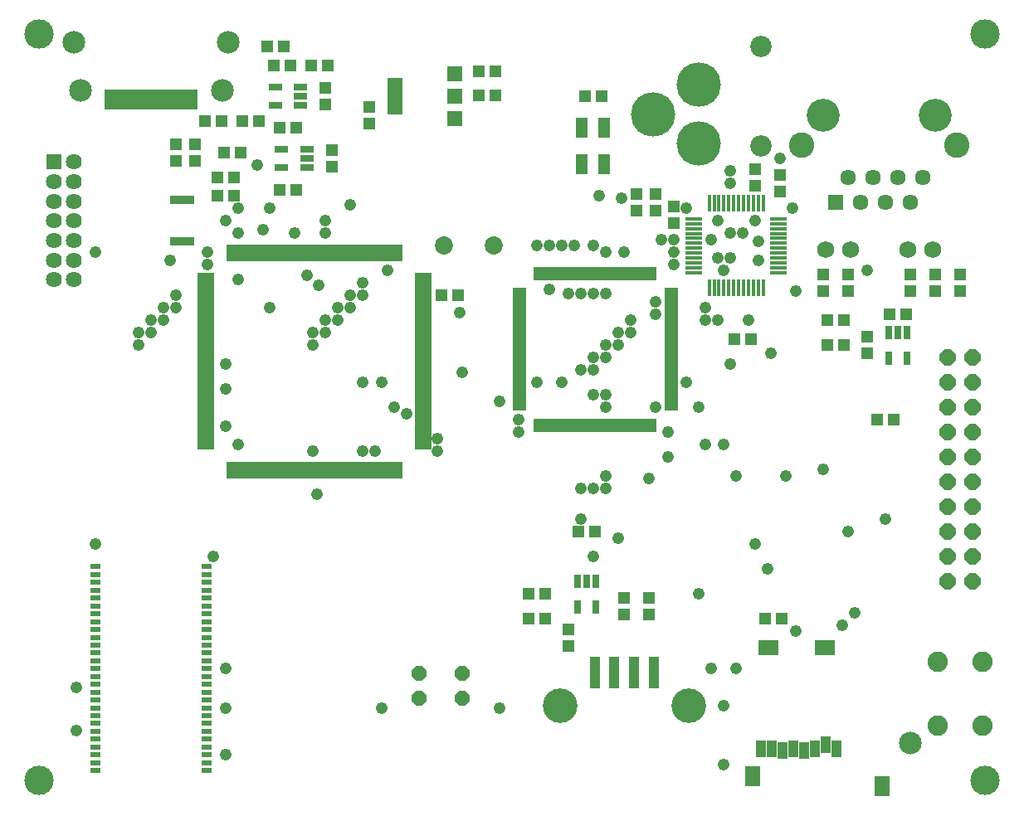
<source format=gts>
G75*
G70*
%OFA0B0*%
%FSLAX24Y24*%
%IPPOS*%
%LPD*%
%AMOC8*
5,1,8,0,0,1.08239X$1,22.5*
%
%ADD10C,0.1182*%
%ADD11R,0.0634X0.0634*%
%ADD12C,0.0634*%
%ADD13C,0.0682*%
%ADD14C,0.1025*%
%ADD15C,0.1320*%
%ADD16R,0.0789X0.0631*%
%ADD17R,0.0631X0.0828*%
%ADD18R,0.0395X0.0671*%
%ADD19C,0.1780*%
%ADD20C,0.0820*%
%ADD21R,0.0178X0.0671*%
%ADD22R,0.0671X0.0178*%
%ADD23OC8,0.0640*%
%ADD24R,0.0198X0.0710*%
%ADD25R,0.0710X0.0198*%
%ADD26R,0.0297X0.0552*%
%ADD27R,0.0474X0.0513*%
%ADD28R,0.0513X0.0474*%
%ADD29C,0.0860*%
%ADD30R,0.0552X0.0297*%
%ADD31R,0.0592X0.0592*%
%ADD32R,0.0592X0.1497*%
%ADD33R,0.0552X0.0198*%
%ADD34R,0.0198X0.0552*%
%ADD35R,0.0198X0.0828*%
%ADD36C,0.0907*%
%ADD37R,0.0434X0.0237*%
%ADD38C,0.0730*%
%ADD39R,0.0513X0.0828*%
%ADD40R,0.0640X0.0640*%
%ADD41C,0.0640*%
%ADD42C,0.1390*%
%ADD43R,0.0434X0.1261*%
%ADD44R,0.0198X0.0356*%
%ADD45OC8,0.0600*%
%ADD46C,0.0476*%
D10*
X001100Y002790D03*
X001100Y032790D03*
X039100Y032790D03*
X039100Y002790D03*
D11*
X033100Y026040D03*
D12*
X034100Y026040D03*
X035100Y026040D03*
X036100Y026040D03*
X035600Y027040D03*
X036600Y027040D03*
X034600Y027040D03*
X033600Y027040D03*
D13*
X033698Y024138D03*
X032698Y024138D03*
X036002Y024138D03*
X037002Y024138D03*
D14*
X037960Y028339D03*
X031740Y028339D03*
D15*
X032600Y029540D03*
X037100Y029540D03*
D16*
X032651Y008132D03*
X030407Y008132D03*
D17*
X029777Y002955D03*
X034954Y002561D03*
D18*
X033120Y004077D03*
X032687Y004234D03*
X032254Y004077D03*
X031820Y003998D03*
X031387Y004077D03*
X030954Y003998D03*
X030521Y004077D03*
X030088Y004077D03*
D19*
X027600Y028396D03*
X025750Y029577D03*
X027600Y030758D03*
D20*
X037210Y007570D03*
X038990Y007570D03*
X038990Y005010D03*
X037210Y005010D03*
D21*
X030183Y022597D03*
X029986Y022597D03*
X029789Y022597D03*
X029592Y022597D03*
X029395Y022597D03*
X029198Y022597D03*
X029002Y022597D03*
X028805Y022597D03*
X028608Y022597D03*
X028411Y022597D03*
X028214Y022597D03*
X028017Y022597D03*
X028017Y025983D03*
X028214Y025983D03*
X028411Y025983D03*
X028608Y025983D03*
X028805Y025983D03*
X029002Y025983D03*
X029198Y025983D03*
X029395Y025983D03*
X029592Y025983D03*
X029789Y025983D03*
X029986Y025983D03*
X030183Y025983D03*
D22*
X030793Y025372D03*
X030793Y025175D03*
X030793Y024979D03*
X030793Y024782D03*
X030793Y024585D03*
X030793Y024388D03*
X030793Y024191D03*
X030793Y023994D03*
X030793Y023797D03*
X030793Y023601D03*
X030793Y023404D03*
X030793Y023207D03*
X027407Y023207D03*
X027407Y023404D03*
X027407Y023601D03*
X027407Y023797D03*
X027407Y023994D03*
X027407Y024191D03*
X027407Y024388D03*
X027407Y024585D03*
X027407Y024782D03*
X027407Y024979D03*
X027407Y025175D03*
X027407Y025372D03*
D23*
X037600Y019790D03*
X038600Y019790D03*
X038600Y018790D03*
X037600Y018790D03*
X037600Y017790D03*
X038600Y017790D03*
X038600Y016790D03*
X037600Y016790D03*
X037600Y015790D03*
X038600Y015790D03*
X038600Y014790D03*
X037600Y014790D03*
X037600Y013790D03*
X038600Y013790D03*
X038600Y012790D03*
X037600Y012790D03*
X037600Y011790D03*
X038600Y011790D03*
X038600Y010790D03*
X037600Y010790D03*
D24*
X015606Y015273D03*
X015409Y015273D03*
X015212Y015273D03*
X015015Y015273D03*
X014818Y015273D03*
X014621Y015273D03*
X014424Y015273D03*
X014228Y015273D03*
X014031Y015273D03*
X013834Y015273D03*
X013637Y015273D03*
X013440Y015273D03*
X013243Y015273D03*
X013046Y015273D03*
X012850Y015273D03*
X012653Y015273D03*
X012456Y015273D03*
X012259Y015273D03*
X012062Y015273D03*
X011865Y015273D03*
X011669Y015273D03*
X011472Y015273D03*
X011275Y015273D03*
X011078Y015273D03*
X010881Y015273D03*
X010684Y015273D03*
X010487Y015273D03*
X010291Y015273D03*
X010094Y015273D03*
X009897Y015273D03*
X009700Y015273D03*
X009503Y015273D03*
X009306Y015273D03*
X009109Y015273D03*
X008913Y015273D03*
X008716Y015273D03*
X008716Y024013D03*
X008913Y024013D03*
X009109Y024013D03*
X009306Y024013D03*
X009503Y024013D03*
X009700Y024013D03*
X009897Y024013D03*
X010094Y024013D03*
X010291Y024013D03*
X010487Y024013D03*
X010684Y024013D03*
X010881Y024013D03*
X011078Y024013D03*
X011275Y024013D03*
X011472Y024013D03*
X011669Y024013D03*
X011865Y024013D03*
X012062Y024013D03*
X012259Y024013D03*
X012456Y024013D03*
X012653Y024013D03*
X012850Y024013D03*
X013046Y024013D03*
X013243Y024013D03*
X013440Y024013D03*
X013637Y024013D03*
X013834Y024013D03*
X014031Y024013D03*
X014228Y024013D03*
X014424Y024013D03*
X014621Y024013D03*
X014818Y024013D03*
X015015Y024013D03*
X015212Y024013D03*
X015409Y024013D03*
X015606Y024013D03*
D25*
X016531Y023088D03*
X016531Y022891D03*
X016531Y022694D03*
X016531Y022497D03*
X016531Y022301D03*
X016531Y022104D03*
X016531Y021907D03*
X016531Y021710D03*
X016531Y021513D03*
X016531Y021316D03*
X016531Y021120D03*
X016531Y020923D03*
X016531Y020726D03*
X016531Y020529D03*
X016531Y020332D03*
X016531Y020135D03*
X016531Y019938D03*
X016531Y019742D03*
X016531Y019545D03*
X016531Y019348D03*
X016531Y019151D03*
X016531Y018954D03*
X016531Y018757D03*
X016531Y018560D03*
X016531Y018364D03*
X016531Y018167D03*
X016531Y017970D03*
X016531Y017773D03*
X016531Y017576D03*
X016531Y017379D03*
X016531Y017183D03*
X016531Y016986D03*
X016531Y016789D03*
X016531Y016592D03*
X016531Y016395D03*
X016531Y016198D03*
X007791Y016198D03*
X007791Y016395D03*
X007791Y016592D03*
X007791Y016789D03*
X007791Y016986D03*
X007791Y017183D03*
X007791Y017379D03*
X007791Y017576D03*
X007791Y017773D03*
X007791Y017970D03*
X007791Y018167D03*
X007791Y018364D03*
X007791Y018560D03*
X007791Y018757D03*
X007791Y018954D03*
X007791Y019151D03*
X007791Y019348D03*
X007791Y019545D03*
X007791Y019742D03*
X007791Y019938D03*
X007791Y020135D03*
X007791Y020332D03*
X007791Y020529D03*
X007791Y020726D03*
X007791Y020923D03*
X007791Y021120D03*
X007791Y021316D03*
X007791Y021513D03*
X007791Y021710D03*
X007791Y021907D03*
X007791Y022104D03*
X007791Y022301D03*
X007791Y022497D03*
X007791Y022694D03*
X007791Y022891D03*
X007791Y023088D03*
D26*
X022726Y010801D03*
X023100Y010801D03*
X023474Y010801D03*
X023474Y009778D03*
X022726Y009778D03*
X035226Y019778D03*
X035974Y019778D03*
X035974Y020801D03*
X035600Y020801D03*
X035226Y020801D03*
D27*
X034350Y020624D03*
X034350Y019955D03*
X033600Y022455D03*
X033600Y023124D03*
X032600Y023124D03*
X032600Y022455D03*
X036100Y022455D03*
X036100Y023124D03*
X037100Y023124D03*
X037100Y022455D03*
X038100Y022455D03*
X038100Y023124D03*
X030850Y026455D03*
X030850Y027124D03*
X029850Y027374D03*
X029850Y026705D03*
X026600Y025874D03*
X025850Y025705D03*
X026600Y025205D03*
X025850Y026374D03*
X025100Y026374D03*
X025100Y025705D03*
X014350Y029205D03*
X014350Y029874D03*
X012600Y029955D03*
X012600Y030624D03*
X012850Y028124D03*
X012850Y027455D03*
X007350Y027705D03*
X007350Y028374D03*
X006600Y028374D03*
X006600Y027705D03*
X024600Y010124D03*
X024600Y009455D03*
X025600Y009455D03*
X025600Y010124D03*
X022350Y008874D03*
X022350Y008205D03*
D28*
X021435Y009290D03*
X020765Y009290D03*
X020765Y010290D03*
X021435Y010290D03*
X022765Y012790D03*
X023435Y012790D03*
X030265Y009290D03*
X030935Y009290D03*
X034765Y017290D03*
X035435Y017290D03*
X033435Y020290D03*
X032765Y020290D03*
X032765Y021290D03*
X033435Y021290D03*
X035265Y021540D03*
X035935Y021540D03*
X029685Y020540D03*
X029015Y020540D03*
X017935Y022290D03*
X017265Y022290D03*
X011435Y026540D03*
X010765Y026540D03*
X008935Y026290D03*
X008265Y026290D03*
X008265Y027040D03*
X008935Y027040D03*
X009185Y028040D03*
X008515Y028040D03*
X008435Y029290D03*
X007765Y029290D03*
X009265Y029290D03*
X009935Y029290D03*
X010765Y029040D03*
X011435Y029040D03*
X011185Y031540D03*
X010515Y031540D03*
X010265Y032290D03*
X010935Y032290D03*
X012015Y031540D03*
X012685Y031540D03*
X018765Y031290D03*
X019435Y031290D03*
X019435Y030340D03*
X018765Y030340D03*
X023015Y030290D03*
X023685Y030290D03*
D29*
X030100Y032290D03*
X030100Y028290D03*
D30*
X011862Y028164D03*
X011862Y027790D03*
X011862Y027416D03*
X010838Y027416D03*
X010838Y028164D03*
X010588Y029916D03*
X010588Y030664D03*
X011612Y030664D03*
X011612Y030290D03*
X011612Y029916D03*
D31*
X017801Y030290D03*
X017801Y031195D03*
X017801Y029384D03*
D32*
X015399Y030290D03*
D33*
X020380Y022483D03*
X020380Y022286D03*
X020380Y022090D03*
X020380Y021893D03*
X020380Y021696D03*
X020380Y021499D03*
X020380Y021302D03*
X020380Y021105D03*
X020380Y020908D03*
X020380Y020712D03*
X020380Y020515D03*
X020380Y020318D03*
X020380Y020121D03*
X020380Y019924D03*
X020380Y019727D03*
X020380Y019531D03*
X020380Y019334D03*
X020380Y019137D03*
X020380Y018940D03*
X020380Y018743D03*
X020380Y018546D03*
X020380Y018349D03*
X020380Y018153D03*
X020380Y017956D03*
X020380Y017759D03*
X026483Y017759D03*
X026483Y017956D03*
X026483Y018153D03*
X026483Y018349D03*
X026483Y018546D03*
X026483Y018743D03*
X026483Y018940D03*
X026483Y019137D03*
X026483Y019334D03*
X026483Y019531D03*
X026483Y019727D03*
X026483Y019924D03*
X026483Y020121D03*
X026483Y020318D03*
X026483Y020515D03*
X026483Y020712D03*
X026483Y020908D03*
X026483Y021105D03*
X026483Y021302D03*
X026483Y021499D03*
X026483Y021696D03*
X026483Y021893D03*
X026483Y022090D03*
X026483Y022286D03*
X026483Y022483D03*
D34*
X025794Y023172D03*
X025597Y023172D03*
X025400Y023172D03*
X025203Y023172D03*
X025006Y023172D03*
X024809Y023172D03*
X024613Y023172D03*
X024416Y023172D03*
X024219Y023172D03*
X024022Y023172D03*
X023825Y023172D03*
X023628Y023172D03*
X023431Y023172D03*
X023235Y023172D03*
X023038Y023172D03*
X022841Y023172D03*
X022644Y023172D03*
X022447Y023172D03*
X022250Y023172D03*
X022054Y023172D03*
X021857Y023172D03*
X021660Y023172D03*
X021463Y023172D03*
X021266Y023172D03*
X021069Y023172D03*
X021069Y017070D03*
X021266Y017070D03*
X021463Y017070D03*
X021660Y017070D03*
X021857Y017070D03*
X022054Y017070D03*
X022250Y017070D03*
X022447Y017070D03*
X022644Y017070D03*
X022841Y017070D03*
X023038Y017070D03*
X023235Y017070D03*
X023431Y017070D03*
X023628Y017070D03*
X023825Y017070D03*
X024022Y017070D03*
X024219Y017070D03*
X024416Y017070D03*
X024613Y017070D03*
X024809Y017070D03*
X025006Y017070D03*
X025203Y017070D03*
X025400Y017070D03*
X025597Y017070D03*
X025794Y017070D03*
D35*
X007372Y030166D03*
X007175Y030166D03*
X006978Y030166D03*
X006781Y030166D03*
X006584Y030166D03*
X006387Y030166D03*
X006191Y030166D03*
X005994Y030166D03*
X005797Y030166D03*
X005600Y030166D03*
X005403Y030166D03*
X005206Y030166D03*
X005009Y030166D03*
X004813Y030166D03*
X004616Y030166D03*
X004419Y030166D03*
X004222Y030166D03*
X004025Y030166D03*
X003828Y030166D03*
D36*
X002746Y030540D03*
X002509Y032469D03*
X008454Y030540D03*
X008691Y032469D03*
X036100Y004290D03*
D37*
X007836Y004140D03*
X007836Y004455D03*
X007836Y004770D03*
X007836Y005085D03*
X007836Y005400D03*
X007836Y005715D03*
X007836Y006030D03*
X007836Y006345D03*
X007836Y006660D03*
X007836Y006975D03*
X007836Y007290D03*
X007836Y007605D03*
X007836Y007920D03*
X007836Y008234D03*
X007836Y008549D03*
X007836Y008864D03*
X007836Y009179D03*
X007836Y009494D03*
X007836Y009809D03*
X007836Y010124D03*
X007836Y010439D03*
X007836Y010754D03*
X007836Y011069D03*
X007836Y011384D03*
X003364Y011384D03*
X003364Y011069D03*
X003364Y010754D03*
X003364Y010439D03*
X003364Y010124D03*
X003364Y009809D03*
X003364Y009494D03*
X003364Y009179D03*
X003364Y008864D03*
X003364Y008549D03*
X003364Y008234D03*
X003364Y007920D03*
X003364Y007605D03*
X003364Y007290D03*
X003364Y006975D03*
X003364Y006660D03*
X003364Y006345D03*
X003364Y006030D03*
X003364Y005715D03*
X003364Y005400D03*
X003364Y005085D03*
X003364Y004770D03*
X003364Y004455D03*
X003364Y004140D03*
X003364Y003825D03*
X003364Y003510D03*
X003364Y003195D03*
X007836Y003195D03*
X007836Y003510D03*
X007836Y003825D03*
D38*
X017350Y024290D03*
X019350Y024290D03*
D39*
X022897Y027561D03*
X023803Y027561D03*
X023803Y029018D03*
X022897Y029018D03*
D40*
X001706Y027652D03*
D41*
X001706Y026864D03*
X001706Y026077D03*
X002494Y026077D03*
X002494Y026864D03*
X002494Y027652D03*
X002494Y025290D03*
X001706Y025290D03*
X001706Y024502D03*
X001706Y023715D03*
X002494Y023715D03*
X002494Y024502D03*
X002494Y022927D03*
X001706Y022927D03*
D42*
X022015Y005790D03*
X027185Y005790D03*
D43*
X025781Y007148D03*
X024994Y007148D03*
X024206Y007148D03*
X023419Y007148D03*
D44*
X007244Y024463D03*
X007047Y024463D03*
X006850Y024463D03*
X006653Y024463D03*
X006456Y024463D03*
X006456Y026116D03*
X006653Y026116D03*
X006850Y026116D03*
X007047Y026116D03*
X007244Y026116D03*
D45*
X016350Y007090D03*
X016350Y006090D03*
X018100Y006090D03*
X018100Y007090D03*
D46*
X019600Y005690D03*
X014850Y005690D03*
X008600Y005710D03*
X008600Y007290D03*
X008600Y003820D03*
X002600Y004790D03*
X002600Y006540D03*
X008100Y011790D03*
X012250Y014290D03*
X012100Y016040D03*
X014100Y016040D03*
X014600Y016040D03*
X015350Y017790D03*
X015850Y017540D03*
X014850Y018790D03*
X014100Y018790D03*
X012100Y020290D03*
X012100Y020790D03*
X012600Y020790D03*
X012600Y021290D03*
X013100Y021290D03*
X013100Y021790D03*
X013600Y021790D03*
X013600Y022290D03*
X014100Y022290D03*
X014100Y022790D03*
X015100Y023290D03*
X012600Y024790D03*
X012600Y025290D03*
X013600Y025940D03*
X011350Y024790D03*
X010100Y024940D03*
X010350Y025790D03*
X009100Y025790D03*
X008600Y025290D03*
X009100Y024790D03*
X007850Y024040D03*
X007850Y023540D03*
X009100Y022940D03*
X010350Y021790D03*
X011850Y023090D03*
X012320Y022690D03*
X008600Y019540D03*
X008600Y018540D03*
X008600Y017040D03*
X009100Y016290D03*
X005100Y020290D03*
X005100Y020790D03*
X005600Y020790D03*
X005600Y021290D03*
X006100Y021290D03*
X006100Y021790D03*
X006600Y021790D03*
X006600Y022290D03*
X006350Y023690D03*
X003350Y024040D03*
X009850Y027540D03*
X018000Y021610D03*
X018100Y019190D03*
X019600Y018040D03*
X020350Y017290D03*
X020350Y016790D03*
X021100Y018790D03*
X022100Y018790D03*
X022850Y019290D03*
X023350Y019290D03*
X023350Y019790D03*
X023850Y019790D03*
X023850Y020290D03*
X024350Y020290D03*
X024350Y020790D03*
X024850Y020790D03*
X024850Y021290D03*
X025850Y021540D03*
X025850Y022040D03*
X026600Y023540D03*
X026600Y024040D03*
X026600Y024540D03*
X026100Y024540D03*
X024600Y024040D03*
X023850Y024040D03*
X023350Y024290D03*
X022600Y024290D03*
X022100Y024290D03*
X021600Y024290D03*
X021100Y024290D03*
X021600Y022540D03*
X022350Y022350D03*
X022850Y022350D03*
X023350Y022350D03*
X023850Y022350D03*
X027850Y021790D03*
X027850Y021290D03*
X028350Y021290D03*
X029600Y021290D03*
X030510Y019960D03*
X028850Y019540D03*
X027100Y018790D03*
X027600Y017790D03*
X026350Y016790D03*
X026350Y015790D03*
X025600Y014940D03*
X023850Y015040D03*
X023850Y014540D03*
X023350Y014540D03*
X022850Y014540D03*
X022850Y013290D03*
X023350Y011790D03*
X024350Y012540D03*
X027600Y010290D03*
X029850Y012290D03*
X030350Y011290D03*
X031500Y008790D03*
X033350Y009040D03*
X033850Y009540D03*
X033600Y012790D03*
X035100Y013290D03*
X032600Y015290D03*
X031100Y015040D03*
X029100Y015040D03*
X028600Y016290D03*
X027850Y016290D03*
X025850Y017790D03*
X023850Y017790D03*
X023850Y018290D03*
X023350Y018290D03*
X028600Y023290D03*
X028350Y023790D03*
X028850Y023790D03*
X028100Y024540D03*
X028350Y025290D03*
X028850Y024790D03*
X029350Y024790D03*
X029850Y025290D03*
X030010Y024460D03*
X030010Y023710D03*
X031510Y022460D03*
X034350Y023290D03*
X031350Y025790D03*
X030850Y027790D03*
X028850Y027290D03*
X028850Y026790D03*
X027100Y025790D03*
X024510Y026210D03*
X023600Y026290D03*
X017100Y016540D03*
X017100Y016040D03*
X028100Y007290D03*
X029100Y007290D03*
X028600Y005790D03*
X028600Y003440D03*
X003350Y012290D03*
M02*

</source>
